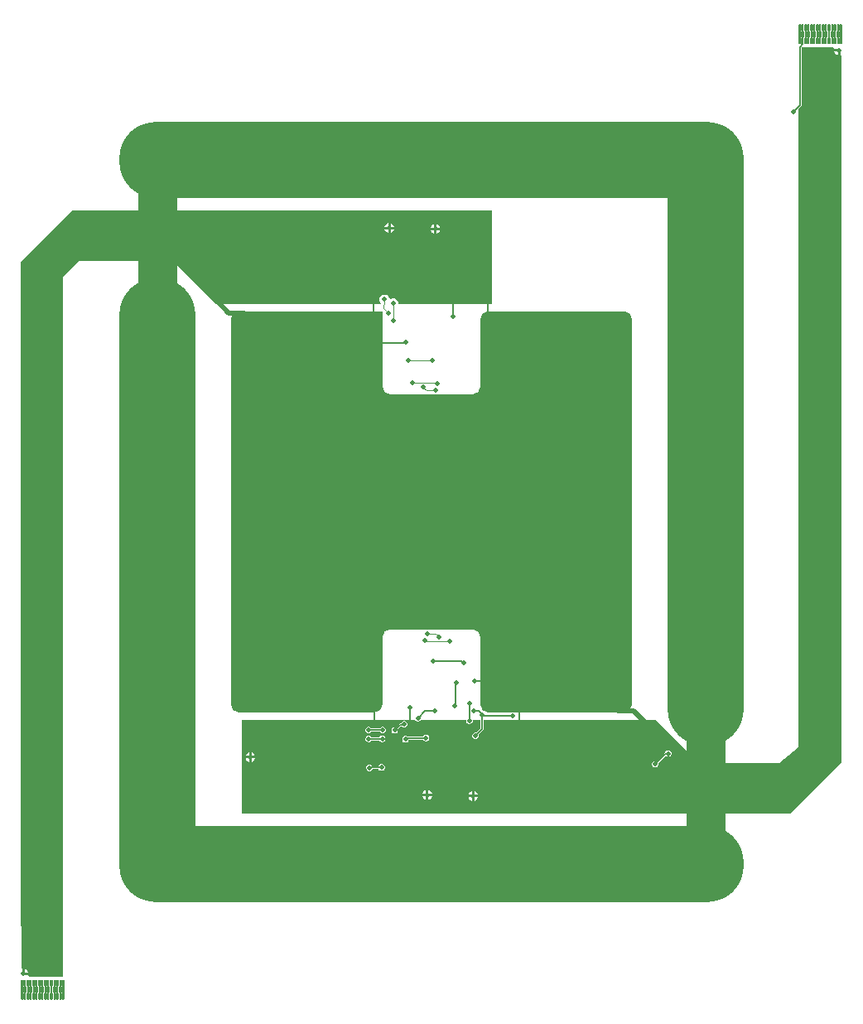
<source format=gbl>
G04*
G04 #@! TF.GenerationSoftware,Altium Limited,Altium Designer,23.8.1 (32)*
G04*
G04 Layer_Physical_Order=2*
G04 Layer_Color=16711680*
%FSLAX25Y25*%
%MOIN*%
G70*
G04*
G04 #@! TF.SameCoordinates,E08CAFE3-3647-4911-8EA2-20DD2F02231A*
G04*
G04*
G04 #@! TF.FilePolarity,Positive*
G04*
G01*
G75*
%ADD12C,0.00787*%
%ADD50C,0.30709*%
%ADD51C,0.00551*%
%ADD52C,0.01968*%
%ADD53C,0.03937*%
%ADD56C,0.30709*%
%AMCUSTOMSHAPE57*
4,1,11,-0.00591,-0.03937,-0.00591,0.03543,-0.00197,0.03937,-0.00197,0.03937,0.00197,0.03937,0.00591,0.03543,0.00591,0.01476,0.00197,0.01083,0.00197,-0.01476,0.00591,-0.01870,0.00591,-0.03937,-0.00591,-0.03937,0.0*%
%ADD57CUSTOMSHAPE57*%

%AMCUSTOMSHAPE58*
4,1,12,-0.00591,-0.01280,-0.00591,0.00886,-0.00197,0.01280,-0.00197,0.03937,0.00197,0.03937,0.00197,0.01280,0.00591,0.00886,0.00591,-0.01280,0.00197,-0.01673,0.00197,-0.03937,-0.00197,-0.03937,-0.00197,-0.01673,-0.00591,-0.01280,0.0*%
%ADD58CUSTOMSHAPE58*%

%AMCUSTOMSHAPE59*
4,1,14,-0.00591,-0.03937,-0.00591,-0.01870,-0.00197,-0.01476,-0.00197,0.01083,-0.00591,0.01476,-0.00591,0.03543,-0.00197,0.03937,0.00197,0.03937,0.00591,0.03543,0.00591,0.01476,0.00197,0.01083,0.00197,-0.01476,0.00591,-0.01870,0.00591,-0.03937,-0.00591,-0.03937,0.0*%
%ADD59CUSTOMSHAPE59*%

%AMCUSTOMSHAPE60*
4,1,12,-0.00591,-0.03937,-0.00591,-0.01870,-0.00197,-0.01476,-0.00197,-0.01476,-0.00197,0.01083,-0.00591,0.01476,-0.00591,0.01476,-0.00591,0.03543,-0.00197,0.03937,0.00197,0.03937,0.00591,0.03543,0.00591,-0.03937,-0.00591,-0.03937,0.0*%
%ADD60CUSTOMSHAPE60*%

%AMCUSTOMSHAPE61*
4,1,11,0.00591,0.03937,0.00591,-0.03543,0.00197,-0.03937,0.00197,-0.03937,-0.00197,-0.03937,-0.00591,-0.03543,-0.00591,-0.01476,-0.00197,-0.01083,-0.00197,0.01476,-0.00591,0.01870,-0.00591,0.03937,0.00591,0.03937,0.0*%
%ADD61CUSTOMSHAPE61*%

%AMCUSTOMSHAPE62*
4,1,12,0.00591,0.01280,0.00591,-0.00886,0.00197,-0.01280,0.00197,-0.03937,-0.00197,-0.03937,-0.00197,-0.01280,-0.00591,-0.00886,-0.00591,0.01280,-0.00197,0.01673,-0.00197,0.03937,0.00197,0.03937,0.00197,0.01673,0.00591,0.01280,0.0*%
%ADD62CUSTOMSHAPE62*%

%AMCUSTOMSHAPE63*
4,1,14,0.00591,0.03937,0.00591,0.01870,0.00197,0.01476,0.00197,-0.01083,0.00591,-0.01476,0.00591,-0.03543,0.00197,-0.03937,-0.00197,-0.03937,-0.00591,-0.03543,-0.00591,-0.01476,-0.00197,-0.01083,-0.00197,0.01476,-0.00591,0.01870,-0.00591,0.03937,0.00591,0.03937,0.0*%
%ADD63CUSTOMSHAPE63*%

%AMCUSTOMSHAPE64*
4,1,12,0.00591,0.03937,0.00591,0.01870,0.00197,0.01476,0.00197,0.01476,0.00197,-0.01083,0.00591,-0.01476,0.00591,-0.01476,0.00591,-0.03543,0.00197,-0.03937,-0.00197,-0.03937,-0.00591,-0.03543,-0.00591,0.03937,0.00591,0.03937,0.0*%
%ADD64CUSTOMSHAPE64*%

%ADD65C,0.01968*%
%ADD66C,0.15748*%
%ADD67C,0.00394*%
G36*
X24409Y83465D02*
X-13370D01*
Y84253D01*
X-13672Y84982D01*
X-14230Y85540D01*
X-14960Y85843D01*
X-15749D01*
X-16413Y85567D01*
X-16913Y85759D01*
Y85828D01*
X-17215Y86557D01*
X-17774Y87115D01*
X-18503Y87417D01*
X-19292D01*
X-20022Y87115D01*
X-20580Y86557D01*
X-20882Y85828D01*
Y85038D01*
X-20580Y84309D01*
X-20247Y83976D01*
X-20419Y83719D01*
X-20469Y83465D01*
X-86614D01*
X-103937Y100787D01*
X-141732Y100787D01*
X-148425Y94685D01*
Y-187008D01*
X-161962D01*
X-162296Y-186508D01*
X-162233Y-186355D01*
X-164174D01*
Y-185855D01*
X-164674D01*
Y-183699D01*
X-164925Y-183525D01*
X-164925Y-167126D01*
X-165003Y-166736D01*
X-165157Y-166504D01*
Y100645D01*
X-144488Y121260D01*
X24409D01*
Y83465D01*
D02*
G37*
G36*
X162200Y186364D02*
X162136Y186210D01*
X164077D01*
Y185710D01*
X164577D01*
Y183770D01*
X164742Y183838D01*
X165157Y183560D01*
Y-100789D01*
X144390Y-121404D01*
X-76279D01*
Y-83609D01*
X-6556D01*
X-6515Y-83708D01*
X-6149Y-84074D01*
X-5672Y-84272D01*
X-5155D01*
X-4677Y-84074D01*
X-4312Y-83708D01*
X-4271Y-83609D01*
X13868D01*
X13958Y-83744D01*
Y-84261D01*
X14156Y-84738D01*
X14522Y-85104D01*
X14999Y-85302D01*
X15516D01*
X15993Y-85104D01*
X16359Y-84738D01*
X16557Y-84261D01*
Y-83744D01*
X16647Y-83609D01*
X19715D01*
Y-87054D01*
X17911Y-88858D01*
X17458D01*
X16981Y-89056D01*
X16615Y-89421D01*
X16417Y-89899D01*
Y-90416D01*
X16615Y-90893D01*
X16981Y-91259D01*
X17458Y-91457D01*
X17975D01*
X18452Y-91259D01*
X18818Y-90893D01*
X19016Y-90416D01*
Y-89899D01*
X18917Y-89660D01*
X20806Y-87771D01*
X20994Y-87319D01*
Y-83609D01*
X90302D01*
X107625Y-100932D01*
X140059Y-100932D01*
X147736Y-94829D01*
Y162088D01*
X148779Y163131D01*
X148966Y163583D01*
Y186746D01*
X149083Y186864D01*
X161866D01*
X162200Y186364D01*
D02*
G37*
%LPC*%
G36*
X-16429Y116114D02*
Y114673D01*
X-14988D01*
X-15247Y115297D01*
X-15805Y115855D01*
X-16429Y116114D01*
D02*
G37*
G36*
X-17429D02*
X-18053Y115855D01*
X-18611Y115297D01*
X-18870Y114673D01*
X-17429D01*
Y116114D01*
D02*
G37*
G36*
X2075Y115720D02*
Y114279D01*
X3515D01*
X3257Y114903D01*
X2699Y115462D01*
X2075Y115720D01*
D02*
G37*
G36*
X1075D02*
X451Y115462D01*
X-107Y114903D01*
X-366Y114279D01*
X1075D01*
Y115720D01*
D02*
G37*
G36*
X-14988Y113673D02*
X-16429D01*
Y112233D01*
X-15805Y112491D01*
X-15247Y113049D01*
X-14988Y113673D01*
D02*
G37*
G36*
X-17429D02*
X-18870D01*
X-18611Y113049D01*
X-18053Y112491D01*
X-17429Y112233D01*
Y113673D01*
D02*
G37*
G36*
X3515Y113279D02*
X2075D01*
Y111839D01*
X2699Y112097D01*
X3257Y112655D01*
X3515Y113279D01*
D02*
G37*
G36*
X1075D02*
X-366D01*
X-107Y112655D01*
X451Y112097D01*
X1075Y111839D01*
Y113279D01*
D02*
G37*
G36*
X-163674Y-183914D02*
Y-185355D01*
X-162233D01*
X-162492Y-184731D01*
X-163050Y-184172D01*
X-163674Y-183914D01*
D02*
G37*
G36*
X163577Y185210D02*
X162136D01*
X162395Y184586D01*
X162953Y184028D01*
X163577Y183770D01*
Y185210D01*
D02*
G37*
G36*
X-10667Y-84134D02*
X-11184D01*
X-11661Y-84332D01*
X-12027Y-84697D01*
X-12179Y-85065D01*
X-12574D01*
X-13026Y-85252D01*
X-14409Y-86635D01*
X-14505Y-86594D01*
X-15022D01*
X-15500Y-86792D01*
X-15865Y-87158D01*
X-16063Y-87635D01*
Y-88152D01*
X-15865Y-88630D01*
X-15500Y-88995D01*
X-15022Y-89193D01*
X-14505D01*
X-14028Y-88995D01*
X-13662Y-88630D01*
X-13465Y-88152D01*
Y-87635D01*
X-13505Y-87538D01*
X-12310Y-86343D01*
X-11852D01*
X-11661Y-86535D01*
X-11184Y-86732D01*
X-10667D01*
X-10189Y-86535D01*
X-9824Y-86169D01*
X-9626Y-85691D01*
Y-85175D01*
X-9824Y-84697D01*
X-10189Y-84332D01*
X-10667Y-84134D01*
D02*
G37*
G36*
X-19328Y-86496D02*
X-19845D01*
X-20323Y-86694D01*
X-20688Y-87059D01*
X-20728Y-87156D01*
X-24154D01*
X-24194Y-87059D01*
X-24559Y-86694D01*
X-25037Y-86496D01*
X-25554D01*
X-26031Y-86694D01*
X-26397Y-87059D01*
X-26594Y-87537D01*
Y-88054D01*
X-26397Y-88531D01*
X-26031Y-88897D01*
X-25554Y-89095D01*
X-25037D01*
X-24559Y-88897D01*
X-24194Y-88531D01*
X-24154Y-88434D01*
X-20728D01*
X-20688Y-88531D01*
X-20323Y-88897D01*
X-19845Y-89095D01*
X-19328D01*
X-18851Y-88897D01*
X-18485Y-88531D01*
X-18287Y-88054D01*
Y-87537D01*
X-18485Y-87059D01*
X-18851Y-86694D01*
X-19328Y-86496D01*
D02*
G37*
G36*
X-1907Y-89646D02*
X-2424D01*
X-2901Y-89843D01*
X-3267Y-90209D01*
X-3307Y-90306D01*
X-9459D01*
X-9733Y-90419D01*
X-10175Y-90236D01*
X-10691D01*
X-11169Y-90434D01*
X-11535Y-90799D01*
X-11732Y-91277D01*
Y-91794D01*
X-11535Y-92271D01*
X-11169Y-92637D01*
X-10691Y-92835D01*
X-10175D01*
X-9697Y-92637D01*
X-9332Y-92271D01*
X-9134Y-91794D01*
Y-91584D01*
X-3307D01*
X-3267Y-91681D01*
X-2901Y-92046D01*
X-2424Y-92244D01*
X-1907D01*
X-1429Y-92046D01*
X-1064Y-91681D01*
X-866Y-91203D01*
Y-90687D01*
X-1064Y-90209D01*
X-1429Y-89843D01*
X-1907Y-89646D01*
D02*
G37*
G36*
X-19525Y-90039D02*
X-20042D01*
X-20519Y-90237D01*
X-20885Y-90603D01*
X-20925Y-90699D01*
X-24055D01*
X-24095Y-90603D01*
X-24461Y-90237D01*
X-24938Y-90039D01*
X-25455D01*
X-25933Y-90237D01*
X-26298Y-90603D01*
X-26496Y-91080D01*
Y-91597D01*
X-26298Y-92075D01*
X-25933Y-92440D01*
X-25455Y-92638D01*
X-24938D01*
X-24461Y-92440D01*
X-24095Y-92075D01*
X-24055Y-91978D01*
X-20925D01*
X-20885Y-92075D01*
X-20519Y-92440D01*
X-20042Y-92638D01*
X-19525D01*
X-19048Y-92440D01*
X-18682Y-92075D01*
X-18484Y-91597D01*
Y-91080D01*
X-18682Y-90603D01*
X-19048Y-90237D01*
X-19525Y-90039D01*
D02*
G37*
G36*
X-72335Y-96780D02*
Y-98220D01*
X-70894D01*
X-71153Y-97597D01*
X-71711Y-97038D01*
X-72335Y-96780D01*
D02*
G37*
G36*
X-73335D02*
X-73959Y-97038D01*
X-74517Y-97597D01*
X-74775Y-98220D01*
X-73335D01*
Y-96780D01*
D02*
G37*
G36*
X95534Y-95945D02*
X95017D01*
X94540Y-96143D01*
X94174Y-96508D01*
X94002Y-96925D01*
X93667Y-97063D01*
X90414Y-100316D01*
X90317Y-100276D01*
X89801D01*
X89323Y-100473D01*
X88958Y-100839D01*
X88760Y-101316D01*
Y-101833D01*
X88958Y-102311D01*
X89323Y-102676D01*
X89801Y-102874D01*
X90317D01*
X90795Y-102676D01*
X91161Y-102311D01*
X91358Y-101833D01*
Y-101316D01*
X91318Y-101220D01*
X94366Y-98172D01*
X94540Y-98346D01*
X95017Y-98543D01*
X95534D01*
X96012Y-98346D01*
X96377Y-97980D01*
X96575Y-97502D01*
Y-96986D01*
X96377Y-96508D01*
X96012Y-96143D01*
X95534Y-95945D01*
D02*
G37*
G36*
X-70894Y-99221D02*
X-72335D01*
Y-100661D01*
X-71711Y-100403D01*
X-71153Y-99844D01*
X-70894Y-99221D01*
D02*
G37*
G36*
X-73335D02*
X-74775D01*
X-74517Y-99844D01*
X-73959Y-100403D01*
X-73335Y-100661D01*
Y-99221D01*
D02*
G37*
G36*
X-19820Y-101555D02*
X-20337D01*
X-20815Y-101753D01*
X-21180Y-102118D01*
X-21241Y-102264D01*
X-23780D01*
X-23800Y-102217D01*
X-24166Y-101851D01*
X-24643Y-101654D01*
X-25160D01*
X-25638Y-101851D01*
X-26003Y-102217D01*
X-26201Y-102694D01*
Y-103211D01*
X-26003Y-103689D01*
X-25638Y-104054D01*
X-25160Y-104252D01*
X-24643D01*
X-24166Y-104054D01*
X-23800Y-103689D01*
X-23740Y-103543D01*
X-21200D01*
X-21180Y-103590D01*
X-20815Y-103956D01*
X-20337Y-104154D01*
X-19820D01*
X-19343Y-103956D01*
X-18977Y-103590D01*
X-18779Y-103113D01*
Y-102596D01*
X-18977Y-102118D01*
X-19343Y-101753D01*
X-19820Y-101555D01*
D02*
G37*
G36*
X-1172Y-111983D02*
Y-113424D01*
X269D01*
X11Y-112800D01*
X-548Y-112242D01*
X-1172Y-111983D01*
D02*
G37*
G36*
X-2172D02*
X-2796Y-112242D01*
X-3354Y-112800D01*
X-3612Y-113424D01*
X-2172D01*
Y-111983D01*
D02*
G37*
G36*
X17332Y-112377D02*
Y-113818D01*
X18773D01*
X18515Y-113194D01*
X17956Y-112635D01*
X17332Y-112377D01*
D02*
G37*
G36*
X16332D02*
X15708Y-112635D01*
X15150Y-113194D01*
X14892Y-113818D01*
X16332D01*
Y-112377D01*
D02*
G37*
G36*
X269Y-114424D02*
X-1172D01*
Y-115864D01*
X-548Y-115606D01*
X11Y-115048D01*
X269Y-114424D01*
D02*
G37*
G36*
X-2172D02*
X-3612D01*
X-3354Y-115048D01*
X-2796Y-115606D01*
X-2172Y-115864D01*
Y-114424D01*
D02*
G37*
G36*
X18773Y-114818D02*
X17332D01*
Y-116258D01*
X17956Y-116000D01*
X18515Y-115442D01*
X18773Y-114818D01*
D02*
G37*
G36*
X16332D02*
X14892D01*
X15150Y-115442D01*
X15708Y-116000D01*
X16332Y-116258D01*
Y-114818D01*
D02*
G37*
%LPD*%
G36*
G01X77609Y-80709D02*
G01X22785D01*
G02X19685Y-77609I0J3100D01*
G01Y-50344D01*
G03X16585Y-47244I-3100J0D01*
G01X-16585D01*
G03X-19685Y-50344I0J-3100D01*
G01Y-77609D01*
G02X-22785Y-80709I-3100J0D01*
G01X-77609D01*
G02X-80709Y-77609I0J3100D01*
G01Y77609D01*
G02X-77609Y80709I3100J0D01*
G01X-19685D01*
G01Y50344D01*
G03X-16585Y47244I3100J0D01*
G01X16585D01*
G03X19685Y50344I0J3100D01*
G01Y77609D01*
G02X22785Y80709I3100J0D01*
G01X77609D01*
G02X80709Y77609I0J-3100D01*
G01Y-77609D01*
G02X77609Y-80709I-3100J0D01*
D02*
G37*
D12*
X22835Y22835D02*
Y83465D01*
X0Y0D02*
X22835Y22835D01*
X-23228Y79134D02*
Y84252D01*
X-29921Y72441D02*
X-23228Y79134D01*
X-22931Y-22979D02*
X-97Y-144D01*
X-22931Y-83609D02*
Y-22979D01*
X35433Y-83938D02*
Y-77953D01*
X29921Y-72441D02*
X35433Y-77953D01*
X12673Y-60728D02*
X12992D01*
X591Y-60039D02*
X11983D01*
X12673Y-60728D01*
D50*
X-110236Y141732D02*
X110236D01*
Y-78740D02*
Y141732D01*
X-110236Y-141732D02*
X110236D01*
X-110236D02*
Y78740D01*
D51*
X17717Y-89956D02*
X20354Y-87319D01*
X17717Y-90158D02*
Y-89956D01*
X20354Y-87319D02*
Y-81640D01*
X94119Y-97515D02*
X95004D01*
X95276Y-97244D01*
X90059Y-101575D02*
X94119Y-97515D01*
X9449Y-77953D02*
X9695Y-77707D01*
Y-69144D01*
X9941Y-68898D01*
X149409Y188094D02*
Y192323D01*
X148327Y187011D02*
X149409Y188094D01*
X148327Y163583D02*
Y187011D01*
X145768Y161024D02*
X148327Y163583D01*
X-10433Y67913D02*
X-10236Y68110D01*
X-29921Y67716D02*
X-29724Y67913D01*
X8661Y78740D02*
Y85039D01*
X-29724Y67913D02*
X-10433D01*
X24557Y-67716D02*
X29680D01*
X24163Y-68110D02*
X24557Y-67716D01*
X17323Y-68110D02*
X24163D01*
X18987Y-80056D02*
X20354Y-81423D01*
X21283Y-82185D02*
X32677D01*
X20682Y-81584D02*
X21283Y-82185D01*
X17146Y-79998D02*
X17204Y-80056D01*
X18987D01*
X-8758Y-85184D02*
Y-78884D01*
X-25197Y-91339D02*
X-19783D01*
X20354Y-81640D02*
Y-81584D01*
Y-81423D01*
Y-81584D02*
X20682D01*
X-10050Y-91535D02*
X-9459Y-90945D01*
X-10433Y-91535D02*
X-10050D01*
X-9459Y-90945D02*
X-2165D01*
X-25295Y-87795D02*
X-19587D01*
X-11196Y-85704D02*
X-10925Y-85433D01*
X-12574Y-85704D02*
X-11196D01*
X-14764Y-87894D02*
X-12574Y-85704D01*
X-5413Y-82972D02*
X-2657Y-80216D01*
X1378D01*
X-20128Y-102903D02*
X-20079Y-102854D01*
X-24852Y-102903D02*
X-20128D01*
X-24902Y-102953D02*
X-24852Y-102903D01*
X15258Y-84003D02*
Y-76916D01*
X29680Y-67716D02*
X29825Y-67861D01*
D52*
X-85767Y84192D02*
X-81496Y79921D01*
X-75197D02*
X-72441Y77165D01*
Y72441D02*
Y77165D01*
X-81496Y79921D02*
X-75197D01*
X75100Y-80066D02*
X81399D01*
X72344Y-77310D02*
Y-72585D01*
Y-77310D02*
X75100Y-80066D01*
X81399D02*
X85670Y-84336D01*
X-72638Y72244D02*
X-71063Y70669D01*
X70966Y-70814D02*
X72541Y-72388D01*
D53*
X-394Y0D02*
X0D01*
X-71063Y70669D02*
X-394Y0D01*
X-97Y-144D02*
X297D01*
X70966Y-70814D01*
D56*
X-110236Y47244D02*
D03*
Y15748D02*
D03*
Y-15748D02*
D03*
Y-47244D02*
D03*
Y-78740D02*
D03*
Y-110236D02*
D03*
Y-141732D02*
D03*
X110236Y47244D02*
D03*
Y78740D02*
D03*
Y-47244D02*
D03*
Y-15748D02*
D03*
Y15748D02*
D03*
Y110236D02*
D03*
X-110236Y141732D02*
D03*
X47244D02*
D03*
X78740D02*
D03*
X-47244D02*
D03*
X-78740D02*
D03*
X-15748D02*
D03*
X15748D02*
D03*
X110236D02*
D03*
X47244Y-141732D02*
D03*
X78740D02*
D03*
X-47244D02*
D03*
X-78740D02*
D03*
X-15748D02*
D03*
X15748D02*
D03*
X110236D02*
D03*
Y-78740D02*
D03*
X-110236Y78740D02*
D03*
D57*
X148228Y192323D02*
D03*
D58*
X149409D02*
D03*
X151772D02*
D03*
X154134D02*
D03*
X156496D02*
D03*
X158858D02*
D03*
X161221D02*
D03*
X163583D02*
D03*
D59*
X150591D02*
D03*
X152953D02*
D03*
X155315D02*
D03*
X157677D02*
D03*
X160039D02*
D03*
X162402D02*
D03*
D60*
X164764D02*
D03*
D61*
X-148228Y-192323D02*
D03*
D62*
X-149409D02*
D03*
X-151772D02*
D03*
X-154134D02*
D03*
X-156496D02*
D03*
X-158858D02*
D03*
X-161221D02*
D03*
X-163583D02*
D03*
D63*
X-150591D02*
D03*
X-152953D02*
D03*
X-155315D02*
D03*
X-157677D02*
D03*
X-160039D02*
D03*
X-162402D02*
D03*
D64*
X-164764D02*
D03*
D65*
X17717Y-90158D02*
D03*
X95276Y-97244D02*
D03*
X9449Y-77953D02*
D03*
X-72441Y-72441D02*
D03*
Y-69291D02*
D03*
X-70079Y-70866D02*
D03*
X-72441Y-66142D02*
D03*
X-70079Y-67716D02*
D03*
Y-64567D02*
D03*
X-72441Y-62992D02*
D03*
Y-59842D02*
D03*
X-70079Y-61417D02*
D03*
X-72441Y-56693D02*
D03*
X-70079Y-58268D02*
D03*
Y-55118D02*
D03*
X-72441Y-53543D02*
D03*
Y-50394D02*
D03*
X-70079Y-51968D02*
D03*
X-72441Y-47244D02*
D03*
X-70079Y-48819D02*
D03*
Y-45669D02*
D03*
X-72441Y-44094D02*
D03*
Y-40945D02*
D03*
X-70079Y-42520D02*
D03*
X-72441Y-37795D02*
D03*
X-70079Y-39370D02*
D03*
Y-36220D02*
D03*
X-72441Y-34646D02*
D03*
Y-31496D02*
D03*
X-70079Y-33071D02*
D03*
X-72441Y-28346D02*
D03*
X-70079Y-29921D02*
D03*
Y-26772D02*
D03*
X-72441Y-25197D02*
D03*
Y-22047D02*
D03*
X-70079Y-23622D02*
D03*
X-72441Y-18898D02*
D03*
X-70079Y-20472D02*
D03*
Y-17323D02*
D03*
X-72441Y-15748D02*
D03*
Y-12598D02*
D03*
X-70079Y-14173D02*
D03*
X-72441Y-9449D02*
D03*
X-70079Y-11024D02*
D03*
Y-7874D02*
D03*
X-72441Y-6299D02*
D03*
Y-3150D02*
D03*
X-70079Y-4724D02*
D03*
X-72441Y-0D02*
D03*
X-70079Y-1575D02*
D03*
Y1575D02*
D03*
X-72441Y3150D02*
D03*
Y6299D02*
D03*
X-70079Y4724D02*
D03*
X-72441Y9449D02*
D03*
X-70079Y7874D02*
D03*
Y11024D02*
D03*
X-72441Y12598D02*
D03*
Y15748D02*
D03*
X-70079Y14173D02*
D03*
X-72441Y18898D02*
D03*
X-70079Y17323D02*
D03*
Y20472D02*
D03*
X-72441Y22047D02*
D03*
Y25197D02*
D03*
X-70079Y23622D02*
D03*
X-72441Y28346D02*
D03*
X-70079Y26772D02*
D03*
Y29921D02*
D03*
X-72441Y31496D02*
D03*
Y34646D02*
D03*
X-70079Y33071D02*
D03*
X-72441Y37795D02*
D03*
X-70079Y36220D02*
D03*
Y39370D02*
D03*
X-72441Y40945D02*
D03*
Y44094D02*
D03*
X-70079Y42520D02*
D03*
X-72441Y47244D02*
D03*
X-70079Y45669D02*
D03*
Y48819D02*
D03*
X-72441Y50394D02*
D03*
Y53543D02*
D03*
X-70079Y51968D02*
D03*
X-72441Y56693D02*
D03*
X-70079Y55118D02*
D03*
Y58268D02*
D03*
X-72441Y59842D02*
D03*
Y62992D02*
D03*
X-70079Y61417D02*
D03*
X-72441Y66142D02*
D03*
X-70079Y64567D02*
D03*
Y67716D02*
D03*
X-72441Y69291D02*
D03*
Y72441D02*
D03*
X-70079Y70866D02*
D03*
X-67716Y-72441D02*
D03*
Y-69291D02*
D03*
X-65354Y-70866D02*
D03*
X-67716Y-66142D02*
D03*
X-65354Y-67716D02*
D03*
Y-64567D02*
D03*
X-67716Y-62992D02*
D03*
Y-59842D02*
D03*
X-65354Y-61417D02*
D03*
X-67716Y-56693D02*
D03*
X-65354Y-58268D02*
D03*
Y-55118D02*
D03*
X-67716Y-53543D02*
D03*
Y-50394D02*
D03*
X-65354Y-51968D02*
D03*
X-67716Y-47244D02*
D03*
X-65354Y-48819D02*
D03*
Y-45669D02*
D03*
X-67716Y-44094D02*
D03*
Y-40945D02*
D03*
X-65354Y-42520D02*
D03*
X-67716Y-37795D02*
D03*
X-65354Y-39370D02*
D03*
Y-36220D02*
D03*
X-67716Y-34646D02*
D03*
Y-31496D02*
D03*
X-65354Y-33071D02*
D03*
X-67716Y-28346D02*
D03*
X-65354Y-29921D02*
D03*
Y-26772D02*
D03*
X-67716Y-25197D02*
D03*
Y-22047D02*
D03*
X-65354Y-23622D02*
D03*
X-67716Y-18898D02*
D03*
X-65354Y-20472D02*
D03*
Y-17323D02*
D03*
X-67716Y-15748D02*
D03*
Y-12598D02*
D03*
X-65354Y-14173D02*
D03*
X-67716Y-9449D02*
D03*
X-65354Y-11024D02*
D03*
Y-7874D02*
D03*
X-67716Y-6299D02*
D03*
Y-3150D02*
D03*
X-65354Y-4724D02*
D03*
X-67716Y-0D02*
D03*
X-65354Y-1575D02*
D03*
Y1575D02*
D03*
X-67716Y3150D02*
D03*
Y6299D02*
D03*
X-65354Y4724D02*
D03*
X-67716Y9449D02*
D03*
X-65354Y7874D02*
D03*
Y11024D02*
D03*
X-67716Y12598D02*
D03*
Y15748D02*
D03*
X-65354Y14173D02*
D03*
X-67716Y18898D02*
D03*
X-65354Y17323D02*
D03*
Y20472D02*
D03*
X-67716Y22047D02*
D03*
Y25197D02*
D03*
X-65354Y23622D02*
D03*
X-67716Y28346D02*
D03*
X-65354Y26772D02*
D03*
Y29921D02*
D03*
X-67716Y31496D02*
D03*
Y34646D02*
D03*
X-65354Y33071D02*
D03*
X-67716Y37795D02*
D03*
X-65354Y36220D02*
D03*
Y39370D02*
D03*
X-67716Y40945D02*
D03*
Y44094D02*
D03*
X-65354Y42520D02*
D03*
X-67716Y47244D02*
D03*
X-65354Y45669D02*
D03*
Y48819D02*
D03*
X-67716Y50394D02*
D03*
Y53543D02*
D03*
X-65354Y51968D02*
D03*
X-67716Y56693D02*
D03*
X-65354Y55118D02*
D03*
Y58268D02*
D03*
X-67716Y59842D02*
D03*
Y62992D02*
D03*
X-65354Y61417D02*
D03*
X-67716Y66142D02*
D03*
X-65354Y64567D02*
D03*
Y67716D02*
D03*
X-67716Y69291D02*
D03*
Y72441D02*
D03*
X-65354Y70866D02*
D03*
X-62992Y-72441D02*
D03*
Y-69291D02*
D03*
X-60630Y-70866D02*
D03*
X-62992Y-66142D02*
D03*
X-60630Y-67716D02*
D03*
Y-64567D02*
D03*
X-62992Y-62992D02*
D03*
Y-59842D02*
D03*
X-60630Y-61417D02*
D03*
X-62992Y-56693D02*
D03*
X-60630Y-58268D02*
D03*
Y-55118D02*
D03*
X-62992Y-53543D02*
D03*
Y-50394D02*
D03*
X-60630Y-51968D02*
D03*
X-62992Y-47244D02*
D03*
X-60630Y-48819D02*
D03*
Y-45669D02*
D03*
X-62992Y-44094D02*
D03*
Y-40945D02*
D03*
X-60630Y-42520D02*
D03*
X-62992Y-37795D02*
D03*
X-60630Y-39370D02*
D03*
Y-36220D02*
D03*
X-62992Y-34646D02*
D03*
Y-31496D02*
D03*
X-60630Y-33071D02*
D03*
X-62992Y-28346D02*
D03*
X-60630Y-29921D02*
D03*
Y-26772D02*
D03*
X-62992Y-25197D02*
D03*
Y-22047D02*
D03*
X-60630Y-23622D02*
D03*
X-62992Y-18898D02*
D03*
X-60630Y-20472D02*
D03*
Y-17323D02*
D03*
X-62992Y-15748D02*
D03*
Y-12598D02*
D03*
X-60630Y-14173D02*
D03*
X-62992Y-9449D02*
D03*
X-60630Y-11024D02*
D03*
Y-7874D02*
D03*
X-62992Y-6299D02*
D03*
Y-3150D02*
D03*
X-60630Y-4724D02*
D03*
X-62992Y-0D02*
D03*
X-60630Y-1575D02*
D03*
Y1575D02*
D03*
X-62992Y3150D02*
D03*
Y6299D02*
D03*
X-60630Y4724D02*
D03*
X-62992Y9449D02*
D03*
X-60630Y7874D02*
D03*
Y11024D02*
D03*
X-62992Y12598D02*
D03*
Y15748D02*
D03*
X-60630Y14173D02*
D03*
X-62992Y18898D02*
D03*
X-60630Y17323D02*
D03*
Y20472D02*
D03*
X-62992Y22047D02*
D03*
Y25197D02*
D03*
X-60630Y23622D02*
D03*
X-62992Y28346D02*
D03*
X-60630Y26772D02*
D03*
Y29921D02*
D03*
X-62992Y31496D02*
D03*
Y34646D02*
D03*
X-60630Y33071D02*
D03*
X-62992Y37795D02*
D03*
X-60630Y36220D02*
D03*
Y39370D02*
D03*
X-62992Y40945D02*
D03*
Y44094D02*
D03*
X-60630Y42520D02*
D03*
X-62992Y47244D02*
D03*
X-60630Y45669D02*
D03*
Y48819D02*
D03*
X-62992Y50394D02*
D03*
Y53543D02*
D03*
X-60630Y51968D02*
D03*
X-62992Y56693D02*
D03*
X-60630Y55118D02*
D03*
Y58268D02*
D03*
X-62992Y59842D02*
D03*
Y62992D02*
D03*
X-60630Y61417D02*
D03*
X-62992Y66142D02*
D03*
X-60630Y64567D02*
D03*
Y67716D02*
D03*
X-62992Y69291D02*
D03*
Y72441D02*
D03*
X-60630Y70866D02*
D03*
X72489Y72463D02*
D03*
Y69313D02*
D03*
X70127Y70888D02*
D03*
X72489Y66163D02*
D03*
X70127Y67738D02*
D03*
Y64589D02*
D03*
X72489Y63014D02*
D03*
Y59864D02*
D03*
X70127Y61439D02*
D03*
X72489Y56715D02*
D03*
X70127Y58289D02*
D03*
Y55140D02*
D03*
X72489Y53565D02*
D03*
Y50415D02*
D03*
X70127Y51990D02*
D03*
X72489Y47266D02*
D03*
X70127Y48841D02*
D03*
Y45691D02*
D03*
X72489Y44116D02*
D03*
Y40967D02*
D03*
X70127Y42542D02*
D03*
X72489Y37817D02*
D03*
X70127Y39392D02*
D03*
Y36242D02*
D03*
X72489Y34668D02*
D03*
Y31518D02*
D03*
X70127Y33093D02*
D03*
X72489Y28368D02*
D03*
X70127Y29943D02*
D03*
Y26793D02*
D03*
X72489Y25219D02*
D03*
Y22069D02*
D03*
X70127Y23644D02*
D03*
X72489Y18919D02*
D03*
X70127Y20494D02*
D03*
Y17345D02*
D03*
X72489Y15770D02*
D03*
Y12620D02*
D03*
X70127Y14195D02*
D03*
X72489Y9471D02*
D03*
X70127Y11045D02*
D03*
Y7896D02*
D03*
X72489Y6321D02*
D03*
Y3171D02*
D03*
X70127Y4746D02*
D03*
X72489Y22D02*
D03*
X70127Y1597D02*
D03*
Y-1553D02*
D03*
X72489Y-3128D02*
D03*
Y-6277D02*
D03*
X70127Y-4703D02*
D03*
X72489Y-9427D02*
D03*
X70127Y-7852D02*
D03*
Y-11002D02*
D03*
X72489Y-12577D02*
D03*
Y-15726D02*
D03*
X70127Y-14151D02*
D03*
X72489Y-18876D02*
D03*
X70127Y-17301D02*
D03*
Y-20451D02*
D03*
X72489Y-22026D02*
D03*
Y-25175D02*
D03*
X70127Y-23600D02*
D03*
X72489Y-28325D02*
D03*
X70127Y-26750D02*
D03*
Y-29899D02*
D03*
X72489Y-31474D02*
D03*
Y-34624D02*
D03*
X70127Y-33049D02*
D03*
X72489Y-37773D02*
D03*
X70127Y-36199D02*
D03*
Y-39348D02*
D03*
X72489Y-40923D02*
D03*
Y-44073D02*
D03*
X70127Y-42498D02*
D03*
X72489Y-47222D02*
D03*
X70127Y-45647D02*
D03*
Y-48797D02*
D03*
X72489Y-50372D02*
D03*
Y-53522D02*
D03*
X70127Y-51947D02*
D03*
X72489Y-56671D02*
D03*
X70127Y-55096D02*
D03*
Y-58246D02*
D03*
X72489Y-59821D02*
D03*
Y-62970D02*
D03*
X70127Y-61396D02*
D03*
X72489Y-66120D02*
D03*
X70127Y-64545D02*
D03*
Y-67695D02*
D03*
X72489Y-69270D02*
D03*
Y-72419D02*
D03*
X70127Y-70844D02*
D03*
X67765Y72463D02*
D03*
Y69313D02*
D03*
X65402Y70888D02*
D03*
X67765Y66163D02*
D03*
X65402Y67738D02*
D03*
Y64589D02*
D03*
X67765Y63014D02*
D03*
Y59864D02*
D03*
X65402Y61439D02*
D03*
X67765Y56715D02*
D03*
X65402Y58289D02*
D03*
Y55140D02*
D03*
X67765Y53565D02*
D03*
Y50415D02*
D03*
X65402Y51990D02*
D03*
X67765Y47266D02*
D03*
X65402Y48841D02*
D03*
Y45691D02*
D03*
X67765Y44116D02*
D03*
Y40967D02*
D03*
X65402Y42542D02*
D03*
X67765Y37817D02*
D03*
X65402Y39392D02*
D03*
Y36242D02*
D03*
X67765Y34668D02*
D03*
Y31518D02*
D03*
X65402Y33093D02*
D03*
X67765Y28368D02*
D03*
X65402Y29943D02*
D03*
Y26793D02*
D03*
X67765Y25219D02*
D03*
Y22069D02*
D03*
X65402Y23644D02*
D03*
X67765Y18919D02*
D03*
X65402Y20494D02*
D03*
Y17345D02*
D03*
X67765Y15770D02*
D03*
Y12620D02*
D03*
X65402Y14195D02*
D03*
X67765Y9471D02*
D03*
X65402Y11045D02*
D03*
Y7896D02*
D03*
X67765Y6321D02*
D03*
Y3171D02*
D03*
X65402Y4746D02*
D03*
X67765Y22D02*
D03*
X65402Y1597D02*
D03*
Y-1553D02*
D03*
X67765Y-3128D02*
D03*
Y-6277D02*
D03*
X65402Y-4703D02*
D03*
X67765Y-9427D02*
D03*
X65402Y-7852D02*
D03*
Y-11002D02*
D03*
X67765Y-12577D02*
D03*
Y-15726D02*
D03*
X65402Y-14151D02*
D03*
X67765Y-18876D02*
D03*
X65402Y-17301D02*
D03*
Y-20451D02*
D03*
X67765Y-22026D02*
D03*
Y-25175D02*
D03*
X65402Y-23600D02*
D03*
X67765Y-28325D02*
D03*
X65402Y-26750D02*
D03*
Y-29899D02*
D03*
X67765Y-31474D02*
D03*
Y-34624D02*
D03*
X65402Y-33049D02*
D03*
X67765Y-37773D02*
D03*
X65402Y-36199D02*
D03*
Y-39348D02*
D03*
X67765Y-40923D02*
D03*
Y-44073D02*
D03*
X65402Y-42498D02*
D03*
X67765Y-47222D02*
D03*
X65402Y-45647D02*
D03*
Y-48797D02*
D03*
X67765Y-50372D02*
D03*
Y-53522D02*
D03*
X65402Y-51947D02*
D03*
X67765Y-56671D02*
D03*
X65402Y-55096D02*
D03*
Y-58246D02*
D03*
X67765Y-59821D02*
D03*
Y-62970D02*
D03*
X65402Y-61396D02*
D03*
X67765Y-66120D02*
D03*
X65402Y-64545D02*
D03*
Y-67695D02*
D03*
X67765Y-69270D02*
D03*
Y-72419D02*
D03*
X65402Y-70844D02*
D03*
X63040Y72463D02*
D03*
Y69313D02*
D03*
X60678Y70888D02*
D03*
X63040Y66163D02*
D03*
X60678Y67738D02*
D03*
Y64589D02*
D03*
X63040Y63014D02*
D03*
Y59864D02*
D03*
X60678Y61439D02*
D03*
X63040Y56715D02*
D03*
X60678Y58289D02*
D03*
Y55140D02*
D03*
X63040Y53565D02*
D03*
Y50415D02*
D03*
X60678Y51990D02*
D03*
X63040Y47266D02*
D03*
X60678Y48841D02*
D03*
Y45691D02*
D03*
X63040Y44116D02*
D03*
Y40967D02*
D03*
X60678Y42542D02*
D03*
X63040Y37817D02*
D03*
X60678Y39392D02*
D03*
Y36242D02*
D03*
X63040Y34668D02*
D03*
Y31518D02*
D03*
X60678Y33093D02*
D03*
X63040Y28368D02*
D03*
X60678Y29943D02*
D03*
Y26793D02*
D03*
X63040Y25219D02*
D03*
Y22069D02*
D03*
X60678Y23644D02*
D03*
X63040Y18919D02*
D03*
X60678Y20494D02*
D03*
Y17345D02*
D03*
X63040Y15770D02*
D03*
Y12620D02*
D03*
X60678Y14195D02*
D03*
X63040Y9471D02*
D03*
X60678Y11045D02*
D03*
Y7896D02*
D03*
X63040Y6321D02*
D03*
Y3171D02*
D03*
X60678Y4746D02*
D03*
X63040Y22D02*
D03*
X60678Y1597D02*
D03*
Y-1553D02*
D03*
X63040Y-3128D02*
D03*
Y-6277D02*
D03*
X60678Y-4703D02*
D03*
X63040Y-9427D02*
D03*
X60678Y-7852D02*
D03*
Y-11002D02*
D03*
X63040Y-12577D02*
D03*
Y-15726D02*
D03*
X60678Y-14151D02*
D03*
X63040Y-18876D02*
D03*
X60678Y-17301D02*
D03*
Y-20451D02*
D03*
X63040Y-22026D02*
D03*
Y-25175D02*
D03*
X60678Y-23600D02*
D03*
X63040Y-28325D02*
D03*
X60678Y-26750D02*
D03*
Y-29899D02*
D03*
X63040Y-31474D02*
D03*
Y-34624D02*
D03*
X60678Y-33049D02*
D03*
X63040Y-37773D02*
D03*
X60678Y-36199D02*
D03*
Y-39348D02*
D03*
X63040Y-40923D02*
D03*
Y-44073D02*
D03*
X60678Y-42498D02*
D03*
X63040Y-47222D02*
D03*
X60678Y-45647D02*
D03*
Y-48797D02*
D03*
X63040Y-50372D02*
D03*
Y-53522D02*
D03*
X60678Y-51947D02*
D03*
X63040Y-56671D02*
D03*
X60678Y-55096D02*
D03*
Y-58246D02*
D03*
X63040Y-59821D02*
D03*
Y-62970D02*
D03*
X60678Y-61396D02*
D03*
X63040Y-66120D02*
D03*
X60678Y-64545D02*
D03*
Y-67695D02*
D03*
X63040Y-69270D02*
D03*
Y-72419D02*
D03*
X60678Y-70844D02*
D03*
X-56693Y-60630D02*
D03*
X-58268Y-62992D02*
D03*
X-55118D02*
D03*
X-53543Y-60630D02*
D03*
X-50394D02*
D03*
X-51968Y-62992D02*
D03*
X-47244Y-60630D02*
D03*
X-48819Y-62992D02*
D03*
X-45669D02*
D03*
X-44094Y-60630D02*
D03*
X-40945D02*
D03*
X-42520Y-62992D02*
D03*
X-37795Y-60630D02*
D03*
X-39370Y-62992D02*
D03*
X-36220D02*
D03*
X-34646Y-60630D02*
D03*
X-31496D02*
D03*
X-33071Y-62992D02*
D03*
X-28346Y-60630D02*
D03*
X-29921Y-62992D02*
D03*
X28346Y-60630D02*
D03*
X29921Y-62992D02*
D03*
X31496Y-60630D02*
D03*
X34646D02*
D03*
X33071Y-62992D02*
D03*
X37795Y-60630D02*
D03*
X36220Y-62992D02*
D03*
X39370D02*
D03*
X40945Y-60630D02*
D03*
X44094D02*
D03*
X42520Y-62992D02*
D03*
X47244Y-60630D02*
D03*
X45669Y-62992D02*
D03*
X48819D02*
D03*
X50394Y-60630D02*
D03*
X53543D02*
D03*
X51968Y-62992D02*
D03*
X56693Y-60630D02*
D03*
X55118Y-62992D02*
D03*
X58268D02*
D03*
X-56693Y-65354D02*
D03*
X-58268Y-67716D02*
D03*
X-55118D02*
D03*
X-53543Y-65354D02*
D03*
X-50394D02*
D03*
X-51968Y-67716D02*
D03*
X-47244Y-65354D02*
D03*
X-48819Y-67716D02*
D03*
X-45669D02*
D03*
X-44094Y-65354D02*
D03*
X-40945D02*
D03*
X-42520Y-67716D02*
D03*
X-37795Y-65354D02*
D03*
X-39370Y-67716D02*
D03*
X-36220D02*
D03*
X-34646Y-65354D02*
D03*
X-31496D02*
D03*
X-33071Y-67716D02*
D03*
X-28346Y-65354D02*
D03*
X-29921Y-67716D02*
D03*
X28346Y-65354D02*
D03*
X29921Y-67716D02*
D03*
X31496Y-65354D02*
D03*
X34646D02*
D03*
X33071Y-67716D02*
D03*
X37795Y-65354D02*
D03*
X36220Y-67716D02*
D03*
X39370D02*
D03*
X40945Y-65354D02*
D03*
X44094D02*
D03*
X42520Y-67716D02*
D03*
X47244Y-65354D02*
D03*
X45669Y-67716D02*
D03*
X48819D02*
D03*
X50394Y-65354D02*
D03*
X53543D02*
D03*
X51968Y-67716D02*
D03*
X56693Y-65354D02*
D03*
X55118Y-67716D02*
D03*
X58268D02*
D03*
X-56693Y-70079D02*
D03*
X-58268Y-72441D02*
D03*
X-55118D02*
D03*
X-53543Y-70079D02*
D03*
X-50394D02*
D03*
X-51968Y-72441D02*
D03*
X-47244Y-70079D02*
D03*
X-48819Y-72441D02*
D03*
X-45669D02*
D03*
X-44094Y-70079D02*
D03*
X-40945D02*
D03*
X-42520Y-72441D02*
D03*
X-37795Y-70079D02*
D03*
X-39370Y-72441D02*
D03*
X-36220D02*
D03*
X-34646Y-70079D02*
D03*
X-31496D02*
D03*
X-33071Y-72441D02*
D03*
X-28346Y-70079D02*
D03*
X-29921Y-72441D02*
D03*
X28346Y-70079D02*
D03*
X29921Y-72441D02*
D03*
X31496Y-70079D02*
D03*
X34646D02*
D03*
X33071Y-72441D02*
D03*
X37795Y-70079D02*
D03*
X36220Y-72441D02*
D03*
X39370D02*
D03*
X40945Y-70079D02*
D03*
X44094D02*
D03*
X42520Y-72441D02*
D03*
X47244Y-70079D02*
D03*
X45669Y-72441D02*
D03*
X48819D02*
D03*
X50394Y-70079D02*
D03*
X53543D02*
D03*
X51968Y-72441D02*
D03*
X56693Y-70079D02*
D03*
X55118Y-72441D02*
D03*
X58268D02*
D03*
X56693Y60630D02*
D03*
X58268Y62992D02*
D03*
X55118D02*
D03*
X53543Y60630D02*
D03*
X50394D02*
D03*
X51968Y62992D02*
D03*
X47244Y60630D02*
D03*
X48819Y62992D02*
D03*
X45669D02*
D03*
X44094Y60630D02*
D03*
X40945D02*
D03*
X42520Y62992D02*
D03*
X37795Y60630D02*
D03*
X39370Y62992D02*
D03*
X36220D02*
D03*
X34646Y60630D02*
D03*
X31496D02*
D03*
X33071Y62992D02*
D03*
X28346Y60630D02*
D03*
X29921Y62992D02*
D03*
X-28346Y60630D02*
D03*
X-29921Y62992D02*
D03*
X-31496Y60630D02*
D03*
X-34646D02*
D03*
X-33071Y62992D02*
D03*
X-37795Y60630D02*
D03*
X-36220Y62992D02*
D03*
X-39370D02*
D03*
X-40945Y60630D02*
D03*
X-44094D02*
D03*
X-42520Y62992D02*
D03*
X-47244Y60630D02*
D03*
X-45669Y62992D02*
D03*
X-48819D02*
D03*
X-50394Y60630D02*
D03*
X-53543D02*
D03*
X-51968Y62992D02*
D03*
X-56693Y60630D02*
D03*
X-55118Y62992D02*
D03*
X-58268D02*
D03*
X56693Y65354D02*
D03*
X58268Y67716D02*
D03*
X55118D02*
D03*
X53543Y65354D02*
D03*
X50394D02*
D03*
X51968Y67716D02*
D03*
X47244Y65354D02*
D03*
X48819Y67716D02*
D03*
X45669D02*
D03*
X44094Y65354D02*
D03*
X40945D02*
D03*
X42520Y67716D02*
D03*
X37795Y65354D02*
D03*
X39370Y67716D02*
D03*
X36220D02*
D03*
X34646Y65354D02*
D03*
X31496D02*
D03*
X33071Y67716D02*
D03*
X28346Y65354D02*
D03*
X29921Y67716D02*
D03*
X-28346Y65354D02*
D03*
X-29921Y67716D02*
D03*
X-31496Y65354D02*
D03*
X-34646D02*
D03*
X-33071Y67716D02*
D03*
X-37795Y65354D02*
D03*
X-36220Y67716D02*
D03*
X-39370D02*
D03*
X-40945Y65354D02*
D03*
X-44094D02*
D03*
X-42520Y67716D02*
D03*
X-47244Y65354D02*
D03*
X-45669Y67716D02*
D03*
X-48819D02*
D03*
X-50394Y65354D02*
D03*
X-53543D02*
D03*
X-51968Y67716D02*
D03*
X-56693Y65354D02*
D03*
X-55118Y67716D02*
D03*
X-58268D02*
D03*
X56693Y70079D02*
D03*
X58268Y72441D02*
D03*
X55118D02*
D03*
X53543Y70079D02*
D03*
X50394D02*
D03*
X51968Y72441D02*
D03*
X47244Y70079D02*
D03*
X48819Y72441D02*
D03*
X45669D02*
D03*
X44094Y70079D02*
D03*
X40945D02*
D03*
X42520Y72441D02*
D03*
X37795Y70079D02*
D03*
X39370Y72441D02*
D03*
X36220D02*
D03*
X34646Y70079D02*
D03*
X31496D02*
D03*
X33071Y72441D02*
D03*
X28346Y70079D02*
D03*
X29921Y72441D02*
D03*
X-28346Y70079D02*
D03*
X-29921Y72441D02*
D03*
X-31496Y70079D02*
D03*
X-34646D02*
D03*
X-33071Y72441D02*
D03*
X-37795Y70079D02*
D03*
X-36220Y72441D02*
D03*
X-39370D02*
D03*
X-40945Y70079D02*
D03*
X-44094D02*
D03*
X-42520Y72441D02*
D03*
X-47244Y70079D02*
D03*
X-45669Y72441D02*
D03*
X-48819D02*
D03*
X-50394Y70079D02*
D03*
X-53543D02*
D03*
X-51968Y72441D02*
D03*
X-56693Y70079D02*
D03*
X-55118Y72441D02*
D03*
X-58268D02*
D03*
X-164174Y-185855D02*
D03*
X-3133Y50103D02*
D03*
X-15354Y83858D02*
D03*
X-18898Y85433D02*
D03*
X-17323Y79921D02*
D03*
X-10236Y68110D02*
D03*
X-7480Y51968D02*
D03*
X-9449Y61024D02*
D03*
X8661Y78740D02*
D03*
X-16929Y114173D02*
D03*
X1575Y113779D02*
D03*
X2362Y51575D02*
D03*
X-15354Y76772D02*
D03*
X1558Y49008D02*
D03*
X394Y61024D02*
D03*
X164077Y185710D02*
D03*
X-1654Y-49153D02*
D03*
X15258Y-76916D02*
D03*
X-2459Y-51719D02*
D03*
X-1672Y-113924D02*
D03*
X16832Y-114318D02*
D03*
X-8758Y-78884D02*
D03*
X17323Y-68110D02*
D03*
X3036Y-50248D02*
D03*
X591Y-60039D02*
D03*
X20354Y-81640D02*
D03*
X32677Y-82185D02*
D03*
X7384Y-52113D02*
D03*
X12992Y-60728D02*
D03*
X17146Y-79998D02*
D03*
X9941Y-68898D02*
D03*
X-25197Y-91339D02*
D03*
X-19783D02*
D03*
X-2165Y-90945D02*
D03*
X-10433Y-91535D02*
D03*
X-25295Y-87795D02*
D03*
X-19587D02*
D03*
X-14764Y-87894D02*
D03*
X-10925Y-85433D02*
D03*
X1378Y-80216D02*
D03*
X-5413Y-82972D02*
D03*
X-20079Y-102854D02*
D03*
X-24902Y-102953D02*
D03*
X-72835Y-98721D02*
D03*
X90059Y-101575D02*
D03*
X145768Y161024D02*
D03*
X15258Y-84003D02*
D03*
D66*
X-110236Y78740D02*
Y141732D01*
X110236Y-141732D02*
Y-78740D01*
D67*
X-3133Y50040D02*
Y50103D01*
Y50040D02*
X-1911Y48819D01*
X-19291Y81890D02*
Y83252D01*
X-18898Y83645D01*
Y85433D01*
X-19291Y81890D02*
X-17323Y79921D01*
X-7480Y51968D02*
X-7283Y51772D01*
X2165D01*
X2362Y51575D01*
X1368Y48819D02*
X1558Y49008D01*
X-9449Y61024D02*
X394D01*
X-1911Y48819D02*
X1368D01*
X-15354Y76772D02*
Y83858D01*
X-1654Y-49153D02*
X-1465Y-48963D01*
X1815D01*
X3036Y-50248D02*
Y-50184D01*
X1815Y-48963D02*
X3036Y-50184D01*
X-2459Y-51719D02*
X-2262Y-51916D01*
X7187D01*
X7384Y-52113D01*
M02*

</source>
